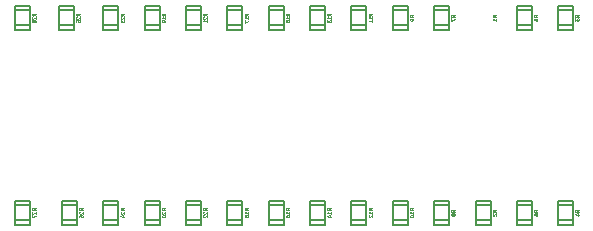
<source format=gbo>
G04 (created by PCBNEW (2013-03-19 BZR 4004)-stable) date 17.12.2013 14:30:56*
%MOIN*%
G04 Gerber Fmt 3.4, Leading zero omitted, Abs format*
%FSLAX34Y34*%
G01*
G70*
G90*
G04 APERTURE LIST*
%ADD10C,2.3622e-006*%
%ADD11C,0.005*%
%ADD12C,0.0024*%
G04 APERTURE END LIST*
G54D10*
G54D11*
X52120Y-30458D02*
X51620Y-30458D01*
X52120Y-30958D02*
X51630Y-30958D01*
X52120Y-31108D02*
X52120Y-30308D01*
X52120Y-30308D02*
X51620Y-30308D01*
X51620Y-30308D02*
X51620Y-31108D01*
X51620Y-31108D02*
X52120Y-31108D01*
X57631Y-30458D02*
X57131Y-30458D01*
X57631Y-30958D02*
X57141Y-30958D01*
X57631Y-31108D02*
X57631Y-30308D01*
X57631Y-30308D02*
X57131Y-30308D01*
X57131Y-30308D02*
X57131Y-31108D01*
X57131Y-31108D02*
X57631Y-31108D01*
X56253Y-23962D02*
X55753Y-23962D01*
X56253Y-24462D02*
X55763Y-24462D01*
X56253Y-24612D02*
X56253Y-23812D01*
X56253Y-23812D02*
X55753Y-23812D01*
X55753Y-23812D02*
X55753Y-24612D01*
X55753Y-24612D02*
X56253Y-24612D01*
X56253Y-30458D02*
X55753Y-30458D01*
X56253Y-30958D02*
X55763Y-30958D01*
X56253Y-31108D02*
X56253Y-30308D01*
X56253Y-30308D02*
X55753Y-30308D01*
X55753Y-30308D02*
X55753Y-31108D01*
X55753Y-31108D02*
X56253Y-31108D01*
X54875Y-23962D02*
X54375Y-23962D01*
X54875Y-24462D02*
X54385Y-24462D01*
X54875Y-24612D02*
X54875Y-23812D01*
X54875Y-23812D02*
X54375Y-23812D01*
X54375Y-23812D02*
X54375Y-24612D01*
X54375Y-24612D02*
X54875Y-24612D01*
X54875Y-30458D02*
X54375Y-30458D01*
X54875Y-30958D02*
X54385Y-30958D01*
X54875Y-31108D02*
X54875Y-30308D01*
X54875Y-30308D02*
X54375Y-30308D01*
X54375Y-30308D02*
X54375Y-31108D01*
X54375Y-31108D02*
X54875Y-31108D01*
X53498Y-23962D02*
X52998Y-23962D01*
X53498Y-24462D02*
X53008Y-24462D01*
X53498Y-24612D02*
X53498Y-23812D01*
X53498Y-23812D02*
X52998Y-23812D01*
X52998Y-23812D02*
X52998Y-24612D01*
X52998Y-24612D02*
X53498Y-24612D01*
X53498Y-30458D02*
X52998Y-30458D01*
X53498Y-30958D02*
X53008Y-30958D01*
X53498Y-31108D02*
X53498Y-30308D01*
X53498Y-30308D02*
X52998Y-30308D01*
X52998Y-30308D02*
X52998Y-31108D01*
X52998Y-31108D02*
X53498Y-31108D01*
X50742Y-23962D02*
X50242Y-23962D01*
X50742Y-24462D02*
X50252Y-24462D01*
X50742Y-24612D02*
X50742Y-23812D01*
X50742Y-23812D02*
X50242Y-23812D01*
X50242Y-23812D02*
X50242Y-24612D01*
X50242Y-24612D02*
X50742Y-24612D01*
X50742Y-30458D02*
X50242Y-30458D01*
X50742Y-30958D02*
X50252Y-30958D01*
X50742Y-31108D02*
X50742Y-30308D01*
X50742Y-30308D02*
X50242Y-30308D01*
X50242Y-30308D02*
X50242Y-31108D01*
X50242Y-31108D02*
X50742Y-31108D01*
X52120Y-23962D02*
X51620Y-23962D01*
X52120Y-24462D02*
X51630Y-24462D01*
X52120Y-24612D02*
X52120Y-23812D01*
X52120Y-23812D02*
X51620Y-23812D01*
X51620Y-23812D02*
X51620Y-24612D01*
X51620Y-24612D02*
X52120Y-24612D01*
X60387Y-30458D02*
X59887Y-30458D01*
X60387Y-30958D02*
X59897Y-30958D01*
X60387Y-31108D02*
X60387Y-30308D01*
X60387Y-30308D02*
X59887Y-30308D01*
X59887Y-30308D02*
X59887Y-31108D01*
X59887Y-31108D02*
X60387Y-31108D01*
X49364Y-23962D02*
X48864Y-23962D01*
X49364Y-24462D02*
X48874Y-24462D01*
X49364Y-24612D02*
X49364Y-23812D01*
X49364Y-23812D02*
X48864Y-23812D01*
X48864Y-23812D02*
X48864Y-24612D01*
X48864Y-24612D02*
X49364Y-24612D01*
X49364Y-30458D02*
X48864Y-30458D01*
X49364Y-30958D02*
X48874Y-30958D01*
X49364Y-31108D02*
X49364Y-30308D01*
X49364Y-30308D02*
X48864Y-30308D01*
X48864Y-30308D02*
X48864Y-31108D01*
X48864Y-31108D02*
X49364Y-31108D01*
X47887Y-23962D02*
X47387Y-23962D01*
X47887Y-24462D02*
X47397Y-24462D01*
X47887Y-24612D02*
X47887Y-23812D01*
X47887Y-23812D02*
X47387Y-23812D01*
X47387Y-23812D02*
X47387Y-24612D01*
X47387Y-24612D02*
X47887Y-24612D01*
X57631Y-23962D02*
X57131Y-23962D01*
X57631Y-24462D02*
X57141Y-24462D01*
X57631Y-24612D02*
X57631Y-23812D01*
X57631Y-23812D02*
X57131Y-23812D01*
X57131Y-23812D02*
X57131Y-24612D01*
X57131Y-24612D02*
X57631Y-24612D01*
X59009Y-30458D02*
X58509Y-30458D01*
X59009Y-30958D02*
X58519Y-30958D01*
X59009Y-31108D02*
X59009Y-30308D01*
X59009Y-30308D02*
X58509Y-30308D01*
X58509Y-30308D02*
X58509Y-31108D01*
X58509Y-31108D02*
X59009Y-31108D01*
X59009Y-23962D02*
X58509Y-23962D01*
X59009Y-24462D02*
X58519Y-24462D01*
X59009Y-24612D02*
X59009Y-23812D01*
X59009Y-23812D02*
X58509Y-23812D01*
X58509Y-23812D02*
X58509Y-24612D01*
X58509Y-24612D02*
X59009Y-24612D01*
X60387Y-23962D02*
X59887Y-23962D01*
X60387Y-24462D02*
X59897Y-24462D01*
X60387Y-24612D02*
X60387Y-23812D01*
X60387Y-23812D02*
X59887Y-23812D01*
X59887Y-23812D02*
X59887Y-24612D01*
X59887Y-24612D02*
X60387Y-24612D01*
X63143Y-30458D02*
X62643Y-30458D01*
X63143Y-30958D02*
X62653Y-30958D01*
X63143Y-31108D02*
X63143Y-30308D01*
X63143Y-30308D02*
X62643Y-30308D01*
X62643Y-30308D02*
X62643Y-31108D01*
X62643Y-31108D02*
X63143Y-31108D01*
X63143Y-23962D02*
X62643Y-23962D01*
X63143Y-24462D02*
X62653Y-24462D01*
X63143Y-24612D02*
X63143Y-23812D01*
X63143Y-23812D02*
X62643Y-23812D01*
X62643Y-23812D02*
X62643Y-24612D01*
X62643Y-24612D02*
X63143Y-24612D01*
X64521Y-30458D02*
X64021Y-30458D01*
X64521Y-30958D02*
X64031Y-30958D01*
X64521Y-31108D02*
X64521Y-30308D01*
X64521Y-30308D02*
X64021Y-30308D01*
X64021Y-30308D02*
X64021Y-31108D01*
X64021Y-31108D02*
X64521Y-31108D01*
X64521Y-23962D02*
X64021Y-23962D01*
X64521Y-24462D02*
X64031Y-24462D01*
X64521Y-24612D02*
X64521Y-23812D01*
X64521Y-23812D02*
X64021Y-23812D01*
X64021Y-23812D02*
X64021Y-24612D01*
X64021Y-24612D02*
X64521Y-24612D01*
X61765Y-30458D02*
X61265Y-30458D01*
X61765Y-30958D02*
X61275Y-30958D01*
X61765Y-31108D02*
X61765Y-30308D01*
X61765Y-30308D02*
X61265Y-30308D01*
X61265Y-30308D02*
X61265Y-31108D01*
X61265Y-31108D02*
X61765Y-31108D01*
X47986Y-30458D02*
X47486Y-30458D01*
X47986Y-30958D02*
X47496Y-30958D01*
X47986Y-31108D02*
X47986Y-30308D01*
X47986Y-30308D02*
X47486Y-30308D01*
X47486Y-30308D02*
X47486Y-31108D01*
X47486Y-31108D02*
X47986Y-31108D01*
X46411Y-30458D02*
X45911Y-30458D01*
X46411Y-30958D02*
X45921Y-30958D01*
X46411Y-31108D02*
X46411Y-30308D01*
X46411Y-30308D02*
X45911Y-30308D01*
X45911Y-30308D02*
X45911Y-31108D01*
X45911Y-31108D02*
X46411Y-31108D01*
X46411Y-23962D02*
X45911Y-23962D01*
X46411Y-24462D02*
X45921Y-24462D01*
X46411Y-24612D02*
X46411Y-23812D01*
X46411Y-23812D02*
X45911Y-23812D01*
X45911Y-23812D02*
X45911Y-24612D01*
X45911Y-24612D02*
X46411Y-24612D01*
G54D12*
X61953Y-24192D02*
X61897Y-24153D01*
X61953Y-24125D02*
X61835Y-24125D01*
X61835Y-24170D01*
X61841Y-24181D01*
X61846Y-24187D01*
X61857Y-24192D01*
X61874Y-24192D01*
X61886Y-24187D01*
X61891Y-24181D01*
X61897Y-24170D01*
X61897Y-24125D01*
X61953Y-24305D02*
X61953Y-24237D01*
X61953Y-24271D02*
X61835Y-24271D01*
X61852Y-24260D01*
X61863Y-24249D01*
X61869Y-24237D01*
X52307Y-30632D02*
X52251Y-30593D01*
X52307Y-30565D02*
X52189Y-30565D01*
X52189Y-30610D01*
X52195Y-30621D01*
X52201Y-30627D01*
X52212Y-30632D01*
X52229Y-30632D01*
X52240Y-30627D01*
X52246Y-30621D01*
X52251Y-30610D01*
X52251Y-30565D01*
X52201Y-30677D02*
X52195Y-30683D01*
X52189Y-30694D01*
X52189Y-30722D01*
X52195Y-30733D01*
X52201Y-30739D01*
X52212Y-30745D01*
X52223Y-30745D01*
X52240Y-30739D01*
X52307Y-30672D01*
X52307Y-30745D01*
X52201Y-30790D02*
X52195Y-30795D01*
X52189Y-30806D01*
X52189Y-30835D01*
X52195Y-30846D01*
X52201Y-30851D01*
X52212Y-30857D01*
X52223Y-30857D01*
X52240Y-30851D01*
X52307Y-30784D01*
X52307Y-30857D01*
X57819Y-30632D02*
X57763Y-30593D01*
X57819Y-30565D02*
X57701Y-30565D01*
X57701Y-30610D01*
X57707Y-30621D01*
X57712Y-30627D01*
X57724Y-30632D01*
X57740Y-30632D01*
X57752Y-30627D01*
X57757Y-30621D01*
X57763Y-30610D01*
X57763Y-30565D01*
X57819Y-30745D02*
X57819Y-30677D01*
X57819Y-30711D02*
X57701Y-30711D01*
X57718Y-30700D01*
X57729Y-30688D01*
X57735Y-30677D01*
X57712Y-30790D02*
X57707Y-30795D01*
X57701Y-30806D01*
X57701Y-30835D01*
X57707Y-30846D01*
X57712Y-30851D01*
X57724Y-30857D01*
X57735Y-30857D01*
X57752Y-30851D01*
X57819Y-30784D01*
X57819Y-30857D01*
X56441Y-24136D02*
X56385Y-24097D01*
X56441Y-24069D02*
X56323Y-24069D01*
X56323Y-24114D01*
X56329Y-24125D01*
X56334Y-24131D01*
X56346Y-24136D01*
X56363Y-24136D01*
X56374Y-24131D01*
X56379Y-24125D01*
X56385Y-24114D01*
X56385Y-24069D01*
X56441Y-24249D02*
X56441Y-24181D01*
X56441Y-24215D02*
X56323Y-24215D01*
X56340Y-24204D01*
X56351Y-24192D01*
X56357Y-24181D01*
X56323Y-24288D02*
X56323Y-24361D01*
X56368Y-24322D01*
X56368Y-24339D01*
X56374Y-24350D01*
X56379Y-24355D01*
X56391Y-24361D01*
X56419Y-24361D01*
X56430Y-24355D01*
X56436Y-24350D01*
X56441Y-24339D01*
X56441Y-24305D01*
X56436Y-24294D01*
X56430Y-24288D01*
X56441Y-30632D02*
X56385Y-30593D01*
X56441Y-30565D02*
X56323Y-30565D01*
X56323Y-30610D01*
X56329Y-30621D01*
X56334Y-30627D01*
X56346Y-30632D01*
X56363Y-30632D01*
X56374Y-30627D01*
X56379Y-30621D01*
X56385Y-30610D01*
X56385Y-30565D01*
X56441Y-30745D02*
X56441Y-30677D01*
X56441Y-30711D02*
X56323Y-30711D01*
X56340Y-30700D01*
X56351Y-30688D01*
X56357Y-30677D01*
X56363Y-30846D02*
X56441Y-30846D01*
X56318Y-30818D02*
X56402Y-30790D01*
X56402Y-30863D01*
X55063Y-24136D02*
X55007Y-24097D01*
X55063Y-24069D02*
X54945Y-24069D01*
X54945Y-24114D01*
X54951Y-24125D01*
X54956Y-24131D01*
X54968Y-24136D01*
X54985Y-24136D01*
X54996Y-24131D01*
X55001Y-24125D01*
X55007Y-24114D01*
X55007Y-24069D01*
X55063Y-24249D02*
X55063Y-24181D01*
X55063Y-24215D02*
X54945Y-24215D01*
X54962Y-24204D01*
X54973Y-24192D01*
X54979Y-24181D01*
X54945Y-24355D02*
X54945Y-24299D01*
X55001Y-24294D01*
X54996Y-24299D01*
X54990Y-24310D01*
X54990Y-24339D01*
X54996Y-24350D01*
X55001Y-24355D01*
X55013Y-24361D01*
X55041Y-24361D01*
X55052Y-24355D01*
X55058Y-24350D01*
X55063Y-24339D01*
X55063Y-24310D01*
X55058Y-24299D01*
X55052Y-24294D01*
X55063Y-30632D02*
X55007Y-30593D01*
X55063Y-30565D02*
X54945Y-30565D01*
X54945Y-30610D01*
X54951Y-30621D01*
X54956Y-30627D01*
X54968Y-30632D01*
X54985Y-30632D01*
X54996Y-30627D01*
X55001Y-30621D01*
X55007Y-30610D01*
X55007Y-30565D01*
X55063Y-30745D02*
X55063Y-30677D01*
X55063Y-30711D02*
X54945Y-30711D01*
X54962Y-30700D01*
X54973Y-30688D01*
X54979Y-30677D01*
X54945Y-30846D02*
X54945Y-30823D01*
X54951Y-30812D01*
X54956Y-30806D01*
X54973Y-30795D01*
X54996Y-30790D01*
X55041Y-30790D01*
X55052Y-30795D01*
X55058Y-30801D01*
X55063Y-30812D01*
X55063Y-30835D01*
X55058Y-30846D01*
X55052Y-30851D01*
X55041Y-30857D01*
X55013Y-30857D01*
X55001Y-30851D01*
X54996Y-30846D01*
X54990Y-30835D01*
X54990Y-30812D01*
X54996Y-30801D01*
X55001Y-30795D01*
X55013Y-30790D01*
X53685Y-24136D02*
X53629Y-24097D01*
X53685Y-24069D02*
X53567Y-24069D01*
X53567Y-24114D01*
X53573Y-24125D01*
X53579Y-24131D01*
X53590Y-24136D01*
X53607Y-24136D01*
X53618Y-24131D01*
X53623Y-24125D01*
X53629Y-24114D01*
X53629Y-24069D01*
X53685Y-24249D02*
X53685Y-24181D01*
X53685Y-24215D02*
X53567Y-24215D01*
X53584Y-24204D01*
X53595Y-24192D01*
X53601Y-24181D01*
X53567Y-24288D02*
X53567Y-24367D01*
X53685Y-24316D01*
X53685Y-30632D02*
X53629Y-30593D01*
X53685Y-30565D02*
X53567Y-30565D01*
X53567Y-30610D01*
X53573Y-30621D01*
X53579Y-30627D01*
X53590Y-30632D01*
X53607Y-30632D01*
X53618Y-30627D01*
X53623Y-30621D01*
X53629Y-30610D01*
X53629Y-30565D01*
X53685Y-30745D02*
X53685Y-30677D01*
X53685Y-30711D02*
X53567Y-30711D01*
X53584Y-30700D01*
X53595Y-30688D01*
X53601Y-30677D01*
X53618Y-30812D02*
X53612Y-30801D01*
X53607Y-30795D01*
X53595Y-30790D01*
X53590Y-30790D01*
X53579Y-30795D01*
X53573Y-30801D01*
X53567Y-30812D01*
X53567Y-30835D01*
X53573Y-30846D01*
X53579Y-30851D01*
X53590Y-30857D01*
X53595Y-30857D01*
X53607Y-30851D01*
X53612Y-30846D01*
X53618Y-30835D01*
X53618Y-30812D01*
X53623Y-30801D01*
X53629Y-30795D01*
X53640Y-30790D01*
X53663Y-30790D01*
X53674Y-30795D01*
X53680Y-30801D01*
X53685Y-30812D01*
X53685Y-30835D01*
X53680Y-30846D01*
X53674Y-30851D01*
X53663Y-30857D01*
X53640Y-30857D01*
X53629Y-30851D01*
X53623Y-30846D01*
X53618Y-30835D01*
X50929Y-24136D02*
X50873Y-24097D01*
X50929Y-24069D02*
X50811Y-24069D01*
X50811Y-24114D01*
X50817Y-24125D01*
X50823Y-24131D01*
X50834Y-24136D01*
X50851Y-24136D01*
X50862Y-24131D01*
X50868Y-24125D01*
X50873Y-24114D01*
X50873Y-24069D01*
X50929Y-24249D02*
X50929Y-24181D01*
X50929Y-24215D02*
X50811Y-24215D01*
X50828Y-24204D01*
X50839Y-24192D01*
X50845Y-24181D01*
X50929Y-24305D02*
X50929Y-24327D01*
X50924Y-24339D01*
X50918Y-24344D01*
X50901Y-24355D01*
X50879Y-24361D01*
X50834Y-24361D01*
X50823Y-24355D01*
X50817Y-24350D01*
X50811Y-24339D01*
X50811Y-24316D01*
X50817Y-24305D01*
X50823Y-24299D01*
X50834Y-24294D01*
X50862Y-24294D01*
X50873Y-24299D01*
X50879Y-24305D01*
X50884Y-24316D01*
X50884Y-24339D01*
X50879Y-24350D01*
X50873Y-24355D01*
X50862Y-24361D01*
X50929Y-30632D02*
X50873Y-30593D01*
X50929Y-30565D02*
X50811Y-30565D01*
X50811Y-30610D01*
X50817Y-30621D01*
X50823Y-30627D01*
X50834Y-30632D01*
X50851Y-30632D01*
X50862Y-30627D01*
X50868Y-30621D01*
X50873Y-30610D01*
X50873Y-30565D01*
X50823Y-30677D02*
X50817Y-30683D01*
X50811Y-30694D01*
X50811Y-30722D01*
X50817Y-30733D01*
X50823Y-30739D01*
X50834Y-30745D01*
X50845Y-30745D01*
X50862Y-30739D01*
X50929Y-30672D01*
X50929Y-30745D01*
X50811Y-30818D02*
X50811Y-30829D01*
X50817Y-30840D01*
X50823Y-30846D01*
X50834Y-30851D01*
X50856Y-30857D01*
X50884Y-30857D01*
X50907Y-30851D01*
X50918Y-30846D01*
X50924Y-30840D01*
X50929Y-30829D01*
X50929Y-30818D01*
X50924Y-30806D01*
X50918Y-30801D01*
X50907Y-30795D01*
X50884Y-30790D01*
X50856Y-30790D01*
X50834Y-30795D01*
X50823Y-30801D01*
X50817Y-30806D01*
X50811Y-30818D01*
X52307Y-24136D02*
X52251Y-24097D01*
X52307Y-24069D02*
X52189Y-24069D01*
X52189Y-24114D01*
X52195Y-24125D01*
X52201Y-24131D01*
X52212Y-24136D01*
X52229Y-24136D01*
X52240Y-24131D01*
X52246Y-24125D01*
X52251Y-24114D01*
X52251Y-24069D01*
X52201Y-24181D02*
X52195Y-24187D01*
X52189Y-24198D01*
X52189Y-24226D01*
X52195Y-24237D01*
X52201Y-24243D01*
X52212Y-24249D01*
X52223Y-24249D01*
X52240Y-24243D01*
X52307Y-24176D01*
X52307Y-24249D01*
X52307Y-24361D02*
X52307Y-24294D01*
X52307Y-24327D02*
X52189Y-24327D01*
X52206Y-24316D01*
X52217Y-24305D01*
X52223Y-24294D01*
X60575Y-30688D02*
X60519Y-30649D01*
X60575Y-30621D02*
X60457Y-30621D01*
X60457Y-30666D01*
X60463Y-30677D01*
X60468Y-30683D01*
X60480Y-30688D01*
X60496Y-30688D01*
X60508Y-30683D01*
X60513Y-30677D01*
X60519Y-30666D01*
X60519Y-30621D01*
X60508Y-30756D02*
X60502Y-30745D01*
X60496Y-30739D01*
X60485Y-30733D01*
X60480Y-30733D01*
X60468Y-30739D01*
X60463Y-30745D01*
X60457Y-30756D01*
X60457Y-30778D01*
X60463Y-30790D01*
X60468Y-30795D01*
X60480Y-30801D01*
X60485Y-30801D01*
X60496Y-30795D01*
X60502Y-30790D01*
X60508Y-30778D01*
X60508Y-30756D01*
X60513Y-30745D01*
X60519Y-30739D01*
X60530Y-30733D01*
X60553Y-30733D01*
X60564Y-30739D01*
X60569Y-30745D01*
X60575Y-30756D01*
X60575Y-30778D01*
X60569Y-30790D01*
X60564Y-30795D01*
X60553Y-30801D01*
X60530Y-30801D01*
X60519Y-30795D01*
X60513Y-30790D01*
X60508Y-30778D01*
X49551Y-24136D02*
X49495Y-24097D01*
X49551Y-24069D02*
X49433Y-24069D01*
X49433Y-24114D01*
X49439Y-24125D01*
X49445Y-24131D01*
X49456Y-24136D01*
X49473Y-24136D01*
X49484Y-24131D01*
X49490Y-24125D01*
X49495Y-24114D01*
X49495Y-24069D01*
X49445Y-24181D02*
X49439Y-24187D01*
X49433Y-24198D01*
X49433Y-24226D01*
X49439Y-24237D01*
X49445Y-24243D01*
X49456Y-24249D01*
X49467Y-24249D01*
X49484Y-24243D01*
X49551Y-24176D01*
X49551Y-24249D01*
X49433Y-24288D02*
X49433Y-24361D01*
X49478Y-24322D01*
X49478Y-24339D01*
X49484Y-24350D01*
X49490Y-24355D01*
X49501Y-24361D01*
X49529Y-24361D01*
X49540Y-24355D01*
X49546Y-24350D01*
X49551Y-24339D01*
X49551Y-24305D01*
X49546Y-24294D01*
X49540Y-24288D01*
X49551Y-30632D02*
X49495Y-30593D01*
X49551Y-30565D02*
X49433Y-30565D01*
X49433Y-30610D01*
X49439Y-30621D01*
X49445Y-30627D01*
X49456Y-30632D01*
X49473Y-30632D01*
X49484Y-30627D01*
X49490Y-30621D01*
X49495Y-30610D01*
X49495Y-30565D01*
X49445Y-30677D02*
X49439Y-30683D01*
X49433Y-30694D01*
X49433Y-30722D01*
X49439Y-30733D01*
X49445Y-30739D01*
X49456Y-30745D01*
X49467Y-30745D01*
X49484Y-30739D01*
X49551Y-30672D01*
X49551Y-30745D01*
X49473Y-30846D02*
X49551Y-30846D01*
X49428Y-30818D02*
X49512Y-30790D01*
X49512Y-30863D01*
X48075Y-24136D02*
X48019Y-24097D01*
X48075Y-24069D02*
X47957Y-24069D01*
X47957Y-24114D01*
X47963Y-24125D01*
X47968Y-24131D01*
X47980Y-24136D01*
X47996Y-24136D01*
X48008Y-24131D01*
X48013Y-24125D01*
X48019Y-24114D01*
X48019Y-24069D01*
X47968Y-24181D02*
X47963Y-24187D01*
X47957Y-24198D01*
X47957Y-24226D01*
X47963Y-24237D01*
X47968Y-24243D01*
X47980Y-24249D01*
X47991Y-24249D01*
X48008Y-24243D01*
X48075Y-24176D01*
X48075Y-24249D01*
X47957Y-24355D02*
X47957Y-24299D01*
X48013Y-24294D01*
X48008Y-24299D01*
X48002Y-24310D01*
X48002Y-24339D01*
X48008Y-24350D01*
X48013Y-24355D01*
X48024Y-24361D01*
X48053Y-24361D01*
X48064Y-24355D01*
X48069Y-24350D01*
X48075Y-24339D01*
X48075Y-24310D01*
X48069Y-24299D01*
X48064Y-24294D01*
X57819Y-24136D02*
X57763Y-24097D01*
X57819Y-24069D02*
X57701Y-24069D01*
X57701Y-24114D01*
X57707Y-24125D01*
X57712Y-24131D01*
X57724Y-24136D01*
X57740Y-24136D01*
X57752Y-24131D01*
X57757Y-24125D01*
X57763Y-24114D01*
X57763Y-24069D01*
X57819Y-24249D02*
X57819Y-24181D01*
X57819Y-24215D02*
X57701Y-24215D01*
X57718Y-24204D01*
X57729Y-24192D01*
X57735Y-24181D01*
X57819Y-24361D02*
X57819Y-24294D01*
X57819Y-24327D02*
X57701Y-24327D01*
X57718Y-24316D01*
X57729Y-24305D01*
X57735Y-24294D01*
X59197Y-30632D02*
X59141Y-30593D01*
X59197Y-30565D02*
X59079Y-30565D01*
X59079Y-30610D01*
X59085Y-30621D01*
X59090Y-30627D01*
X59102Y-30632D01*
X59118Y-30632D01*
X59130Y-30627D01*
X59135Y-30621D01*
X59141Y-30610D01*
X59141Y-30565D01*
X59197Y-30745D02*
X59197Y-30677D01*
X59197Y-30711D02*
X59079Y-30711D01*
X59096Y-30700D01*
X59107Y-30688D01*
X59113Y-30677D01*
X59079Y-30818D02*
X59079Y-30829D01*
X59085Y-30840D01*
X59090Y-30846D01*
X59102Y-30851D01*
X59124Y-30857D01*
X59152Y-30857D01*
X59175Y-30851D01*
X59186Y-30846D01*
X59191Y-30840D01*
X59197Y-30829D01*
X59197Y-30818D01*
X59191Y-30806D01*
X59186Y-30801D01*
X59175Y-30795D01*
X59152Y-30790D01*
X59124Y-30790D01*
X59102Y-30795D01*
X59090Y-30801D01*
X59085Y-30806D01*
X59079Y-30818D01*
X59197Y-24192D02*
X59141Y-24153D01*
X59197Y-24125D02*
X59079Y-24125D01*
X59079Y-24170D01*
X59085Y-24181D01*
X59090Y-24187D01*
X59102Y-24192D01*
X59118Y-24192D01*
X59130Y-24187D01*
X59135Y-24181D01*
X59141Y-24170D01*
X59141Y-24125D01*
X59197Y-24249D02*
X59197Y-24271D01*
X59191Y-24282D01*
X59186Y-24288D01*
X59169Y-24299D01*
X59147Y-24305D01*
X59102Y-24305D01*
X59090Y-24299D01*
X59085Y-24294D01*
X59079Y-24282D01*
X59079Y-24260D01*
X59085Y-24249D01*
X59090Y-24243D01*
X59102Y-24237D01*
X59130Y-24237D01*
X59141Y-24243D01*
X59147Y-24249D01*
X59152Y-24260D01*
X59152Y-24282D01*
X59147Y-24294D01*
X59141Y-24299D01*
X59130Y-24305D01*
X60575Y-24192D02*
X60519Y-24153D01*
X60575Y-24125D02*
X60457Y-24125D01*
X60457Y-24170D01*
X60463Y-24181D01*
X60468Y-24187D01*
X60480Y-24192D01*
X60496Y-24192D01*
X60508Y-24187D01*
X60513Y-24181D01*
X60519Y-24170D01*
X60519Y-24125D01*
X60457Y-24232D02*
X60457Y-24310D01*
X60575Y-24260D01*
X63331Y-30688D02*
X63275Y-30649D01*
X63331Y-30621D02*
X63213Y-30621D01*
X63213Y-30666D01*
X63219Y-30677D01*
X63224Y-30683D01*
X63235Y-30688D01*
X63252Y-30688D01*
X63264Y-30683D01*
X63269Y-30677D01*
X63275Y-30666D01*
X63275Y-30621D01*
X63213Y-30790D02*
X63213Y-30767D01*
X63219Y-30756D01*
X63224Y-30750D01*
X63241Y-30739D01*
X63264Y-30733D01*
X63308Y-30733D01*
X63320Y-30739D01*
X63325Y-30745D01*
X63331Y-30756D01*
X63331Y-30778D01*
X63325Y-30790D01*
X63320Y-30795D01*
X63308Y-30801D01*
X63280Y-30801D01*
X63269Y-30795D01*
X63264Y-30790D01*
X63258Y-30778D01*
X63258Y-30756D01*
X63264Y-30745D01*
X63269Y-30739D01*
X63280Y-30733D01*
X63331Y-24192D02*
X63275Y-24153D01*
X63331Y-24125D02*
X63213Y-24125D01*
X63213Y-24170D01*
X63219Y-24181D01*
X63224Y-24187D01*
X63235Y-24192D01*
X63252Y-24192D01*
X63264Y-24187D01*
X63269Y-24181D01*
X63275Y-24170D01*
X63275Y-24125D01*
X63213Y-24299D02*
X63213Y-24243D01*
X63269Y-24237D01*
X63264Y-24243D01*
X63258Y-24254D01*
X63258Y-24282D01*
X63264Y-24294D01*
X63269Y-24299D01*
X63280Y-24305D01*
X63308Y-24305D01*
X63320Y-24299D01*
X63325Y-24294D01*
X63331Y-24282D01*
X63331Y-24254D01*
X63325Y-24243D01*
X63320Y-24237D01*
X64709Y-30688D02*
X64653Y-30649D01*
X64709Y-30621D02*
X64591Y-30621D01*
X64591Y-30666D01*
X64597Y-30677D01*
X64602Y-30683D01*
X64613Y-30688D01*
X64630Y-30688D01*
X64641Y-30683D01*
X64647Y-30677D01*
X64653Y-30666D01*
X64653Y-30621D01*
X64630Y-30790D02*
X64709Y-30790D01*
X64585Y-30762D02*
X64670Y-30733D01*
X64670Y-30806D01*
X64709Y-24192D02*
X64653Y-24153D01*
X64709Y-24125D02*
X64591Y-24125D01*
X64591Y-24170D01*
X64597Y-24181D01*
X64602Y-24187D01*
X64613Y-24192D01*
X64630Y-24192D01*
X64641Y-24187D01*
X64647Y-24181D01*
X64653Y-24170D01*
X64653Y-24125D01*
X64591Y-24232D02*
X64591Y-24305D01*
X64636Y-24265D01*
X64636Y-24282D01*
X64641Y-24294D01*
X64647Y-24299D01*
X64658Y-24305D01*
X64686Y-24305D01*
X64698Y-24299D01*
X64703Y-24294D01*
X64709Y-24282D01*
X64709Y-24249D01*
X64703Y-24237D01*
X64698Y-24232D01*
X61953Y-30688D02*
X61897Y-30649D01*
X61953Y-30621D02*
X61835Y-30621D01*
X61835Y-30666D01*
X61841Y-30677D01*
X61846Y-30683D01*
X61857Y-30688D01*
X61874Y-30688D01*
X61886Y-30683D01*
X61891Y-30677D01*
X61897Y-30666D01*
X61897Y-30621D01*
X61846Y-30733D02*
X61841Y-30739D01*
X61835Y-30750D01*
X61835Y-30778D01*
X61841Y-30790D01*
X61846Y-30795D01*
X61857Y-30801D01*
X61869Y-30801D01*
X61886Y-30795D01*
X61953Y-30728D01*
X61953Y-30801D01*
X48173Y-30632D02*
X48117Y-30593D01*
X48173Y-30565D02*
X48055Y-30565D01*
X48055Y-30610D01*
X48061Y-30621D01*
X48067Y-30627D01*
X48078Y-30632D01*
X48095Y-30632D01*
X48106Y-30627D01*
X48112Y-30621D01*
X48117Y-30610D01*
X48117Y-30565D01*
X48067Y-30677D02*
X48061Y-30683D01*
X48055Y-30694D01*
X48055Y-30722D01*
X48061Y-30733D01*
X48067Y-30739D01*
X48078Y-30745D01*
X48089Y-30745D01*
X48106Y-30739D01*
X48173Y-30672D01*
X48173Y-30745D01*
X48055Y-30846D02*
X48055Y-30823D01*
X48061Y-30812D01*
X48067Y-30806D01*
X48084Y-30795D01*
X48106Y-30790D01*
X48151Y-30790D01*
X48162Y-30795D01*
X48168Y-30801D01*
X48173Y-30812D01*
X48173Y-30835D01*
X48168Y-30846D01*
X48162Y-30851D01*
X48151Y-30857D01*
X48123Y-30857D01*
X48112Y-30851D01*
X48106Y-30846D01*
X48100Y-30835D01*
X48100Y-30812D01*
X48106Y-30801D01*
X48112Y-30795D01*
X48123Y-30790D01*
X46599Y-30632D02*
X46542Y-30593D01*
X46599Y-30565D02*
X46481Y-30565D01*
X46481Y-30610D01*
X46486Y-30621D01*
X46492Y-30627D01*
X46503Y-30632D01*
X46520Y-30632D01*
X46531Y-30627D01*
X46537Y-30621D01*
X46542Y-30610D01*
X46542Y-30565D01*
X46492Y-30677D02*
X46486Y-30683D01*
X46481Y-30694D01*
X46481Y-30722D01*
X46486Y-30733D01*
X46492Y-30739D01*
X46503Y-30745D01*
X46514Y-30745D01*
X46531Y-30739D01*
X46599Y-30672D01*
X46599Y-30745D01*
X46481Y-30784D02*
X46481Y-30863D01*
X46599Y-30812D01*
X46599Y-24136D02*
X46542Y-24097D01*
X46599Y-24069D02*
X46481Y-24069D01*
X46481Y-24114D01*
X46486Y-24125D01*
X46492Y-24131D01*
X46503Y-24136D01*
X46520Y-24136D01*
X46531Y-24131D01*
X46537Y-24125D01*
X46542Y-24114D01*
X46542Y-24069D01*
X46492Y-24181D02*
X46486Y-24187D01*
X46481Y-24198D01*
X46481Y-24226D01*
X46486Y-24237D01*
X46492Y-24243D01*
X46503Y-24249D01*
X46514Y-24249D01*
X46531Y-24243D01*
X46599Y-24176D01*
X46599Y-24249D01*
X46531Y-24316D02*
X46526Y-24305D01*
X46520Y-24299D01*
X46509Y-24294D01*
X46503Y-24294D01*
X46492Y-24299D01*
X46486Y-24305D01*
X46481Y-24316D01*
X46481Y-24339D01*
X46486Y-24350D01*
X46492Y-24355D01*
X46503Y-24361D01*
X46509Y-24361D01*
X46520Y-24355D01*
X46526Y-24350D01*
X46531Y-24339D01*
X46531Y-24316D01*
X46537Y-24305D01*
X46542Y-24299D01*
X46554Y-24294D01*
X46576Y-24294D01*
X46587Y-24299D01*
X46593Y-24305D01*
X46599Y-24316D01*
X46599Y-24339D01*
X46593Y-24350D01*
X46587Y-24355D01*
X46576Y-24361D01*
X46554Y-24361D01*
X46542Y-24355D01*
X46537Y-24350D01*
X46531Y-24339D01*
M02*

</source>
